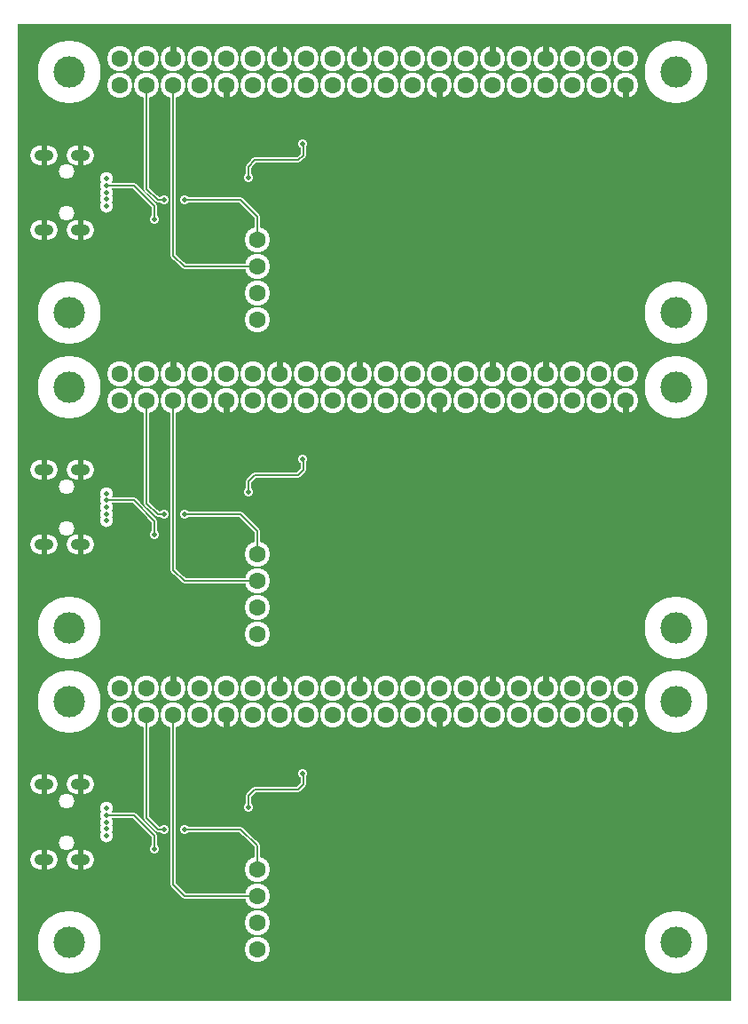
<source format=gbr>
%FSLAX34Y34*%
%MOMM*%
%LNSILK_TOP*%
G71*
G01*
%ADD10C, 0.00*%
%ADD11C, 6.00*%
%ADD12C, 2.40*%
%ADD13C, 1.30*%
%ADD14C, 0.90*%
%ADD15C, 0.55*%
%ADD16C, 1.85*%
%ADD17C, 1.46*%
%ADD18C, 0.50*%
%ADD19C, 0.53*%
%ADD20C, 3.00*%
%ADD21C, 1.60*%
%ADD22C, 0.50*%
%ADD23C, 0.15*%
%ADD24C, 1.05*%
%LPD*%
G54D10*
X0Y1000000D02*
X680000Y1000000D01*
X680000Y70000D01*
X0Y70000D01*
X0Y1000000D01*
G36*
X0Y1000000D02*
X680000Y1000000D01*
X680000Y70000D01*
X0Y70000D01*
X0Y1000000D01*
G37*
%LPC*%
X48816Y954088D02*
G54D11*
D03*
X628253Y724694D02*
G54D11*
D03*
X48816Y724694D02*
G54D11*
D03*
X628253Y954088D02*
G54D11*
D03*
X580231Y966788D02*
G54D12*
D03*
X580230Y941384D02*
G54D12*
D03*
X554831Y966788D02*
G54D12*
D03*
X554831Y941388D02*
G54D12*
D03*
X529431Y966788D02*
G54D12*
D03*
X529431Y941388D02*
G54D12*
D03*
X504030Y966784D02*
G54D12*
D03*
X504031Y941388D02*
G54D12*
D03*
X478631Y966788D02*
G54D12*
D03*
X478631Y941388D02*
G54D12*
D03*
X453230Y966784D02*
G54D12*
D03*
X453231Y941388D02*
G54D12*
D03*
X427831Y966788D02*
G54D12*
D03*
X427831Y941388D02*
G54D12*
D03*
X402431Y966788D02*
G54D12*
D03*
X402430Y941384D02*
G54D12*
D03*
X377031Y966788D02*
G54D12*
D03*
X377031Y941388D02*
G54D12*
D03*
X351631Y966788D02*
G54D12*
D03*
X351631Y941388D02*
G54D12*
D03*
X326230Y966784D02*
G54D12*
D03*
X326231Y941388D02*
G54D12*
D03*
X300831Y966788D02*
G54D12*
D03*
X300831Y941388D02*
G54D12*
D03*
X275431Y966788D02*
G54D12*
D03*
X275431Y941388D02*
G54D12*
D03*
X250030Y966784D02*
G54D12*
D03*
X250031Y941388D02*
G54D12*
D03*
X224631Y966788D02*
G54D12*
D03*
X224631Y941388D02*
G54D12*
D03*
X199231Y966788D02*
G54D12*
D03*
X199230Y941384D02*
G54D12*
D03*
X173831Y966788D02*
G54D12*
D03*
X173831Y941388D02*
G54D12*
D03*
X148430Y966784D02*
G54D12*
D03*
X123031Y966788D02*
G54D12*
D03*
X97631Y966788D02*
G54D12*
D03*
X148431Y941388D02*
G54D12*
D03*
X123031Y941388D02*
G54D12*
D03*
X97631Y941388D02*
G54D12*
D03*
X84733Y845939D02*
G54D13*
D03*
X84733Y839391D02*
G54D13*
D03*
X271859Y885627D02*
G54D14*
D03*
X219869Y853678D02*
G54D14*
D03*
X84733Y852488D02*
G54D13*
D03*
X84733Y833041D02*
G54D13*
D03*
X84733Y826492D02*
G54D13*
D03*
G54D15*
X219869Y853678D02*
X219869Y863997D01*
X226219Y870347D01*
X267494Y870347D01*
X272256Y875109D01*
X272256Y885230D01*
X271859Y885627D01*
X139700Y832644D02*
G54D14*
D03*
X158750Y832644D02*
G54D14*
D03*
G54D15*
X148431Y941388D02*
X148431Y779462D01*
X158750Y769144D01*
X228600Y769144D01*
X228600Y794544D02*
G54D12*
D03*
X228600Y769144D02*
G54D12*
D03*
X228600Y743744D02*
G54D12*
D03*
X228600Y718344D02*
G54D12*
D03*
G54D15*
X123031Y941388D02*
X123031Y842962D01*
X133350Y832644D01*
X139700Y832644D01*
G54D15*
X158750Y832644D02*
X212725Y832644D01*
X228600Y816769D01*
X228600Y794544D01*
X130200Y813569D02*
G54D14*
D03*
G54D15*
X84733Y845939D02*
X110530Y845939D01*
X130175Y826294D01*
X130175Y813594D01*
X130200Y813569D01*
X21034Y875109D02*
G54D16*
D03*
X28972Y875109D02*
G54D16*
D03*
X28972Y803672D02*
G54D16*
D03*
X21034Y803672D02*
G54D16*
D03*
X63500Y875109D02*
G54D16*
D03*
X55562Y875109D02*
G54D16*
D03*
X63500Y803672D02*
G54D16*
D03*
X55562Y803672D02*
G54D16*
D03*
X59531Y875109D02*
G54D16*
D03*
X59531Y803672D02*
G54D16*
D03*
X25003Y803672D02*
G54D16*
D03*
X25003Y875109D02*
G54D16*
D03*
X46236Y859433D02*
G54D17*
D03*
X46236Y819348D02*
G54D17*
D03*
X63302Y875109D02*
G54D16*
D03*
X63103Y875109D02*
G54D16*
D03*
X62905Y875109D02*
G54D16*
D03*
X62706Y875109D02*
G54D16*
D03*
X62508Y875109D02*
G54D16*
D03*
X62309Y875109D02*
G54D16*
D03*
X62111Y875109D02*
G54D16*
D03*
X61912Y875109D02*
G54D16*
D03*
X61714Y875109D02*
G54D16*
D03*
X61516Y875109D02*
G54D16*
D03*
X61317Y875109D02*
G54D16*
D03*
X61119Y875109D02*
G54D16*
D03*
X60920Y875109D02*
G54D16*
D03*
X60722Y875109D02*
G54D16*
D03*
X60523Y875109D02*
G54D16*
D03*
X60325Y875109D02*
G54D16*
D03*
X60127Y875109D02*
G54D16*
D03*
X59928Y875109D02*
G54D16*
D03*
X59730Y875109D02*
G54D16*
D03*
X59333Y875109D02*
G54D16*
D03*
X59134Y875109D02*
G54D16*
D03*
X58936Y875109D02*
G54D16*
D03*
X58738Y875109D02*
G54D16*
D03*
X58539Y875109D02*
G54D16*
D03*
X58341Y875109D02*
G54D16*
D03*
X58142Y875109D02*
G54D16*
D03*
X57944Y875109D02*
G54D16*
D03*
X57745Y875109D02*
G54D16*
D03*
X57547Y875109D02*
G54D16*
D03*
X57348Y875109D02*
G54D16*
D03*
X57150Y875109D02*
G54D16*
D03*
X55761Y875109D02*
G54D16*
D03*
X55959Y875109D02*
G54D16*
D03*
X56158Y875109D02*
G54D16*
D03*
X56356Y875109D02*
G54D16*
D03*
X56555Y875109D02*
G54D16*
D03*
X56753Y875109D02*
G54D16*
D03*
X63302Y803672D02*
G54D16*
D03*
X63103Y803672D02*
G54D16*
D03*
X62905Y803672D02*
G54D16*
D03*
X62706Y803672D02*
G54D16*
D03*
X62508Y803672D02*
G54D16*
D03*
X62309Y803672D02*
G54D16*
D03*
X62111Y803672D02*
G54D16*
D03*
X61912Y803672D02*
G54D16*
D03*
X61714Y803672D02*
G54D16*
D03*
X61516Y803672D02*
G54D16*
D03*
X61317Y803672D02*
G54D16*
D03*
X61119Y803672D02*
G54D16*
D03*
X60920Y803672D02*
G54D16*
D03*
X60722Y803672D02*
G54D16*
D03*
X60523Y803672D02*
G54D16*
D03*
X60325Y803672D02*
G54D16*
D03*
X60127Y803672D02*
G54D16*
D03*
X59928Y803672D02*
G54D16*
D03*
X55761Y803672D02*
G54D16*
D03*
X55959Y803672D02*
G54D16*
D03*
X56158Y803672D02*
G54D16*
D03*
X56356Y803672D02*
G54D16*
D03*
X56555Y803672D02*
G54D16*
D03*
X56753Y803672D02*
G54D16*
D03*
X56952Y803672D02*
G54D16*
D03*
X57150Y803672D02*
G54D16*
D03*
X57348Y803672D02*
G54D16*
D03*
X57547Y803672D02*
G54D16*
D03*
X57745Y803672D02*
G54D16*
D03*
X57944Y803672D02*
G54D16*
D03*
X58142Y803672D02*
G54D16*
D03*
X58341Y803672D02*
G54D16*
D03*
X58539Y803672D02*
G54D16*
D03*
X58539Y803672D02*
G54D16*
D03*
X58738Y803672D02*
G54D16*
D03*
X58936Y803672D02*
G54D16*
D03*
X59134Y803672D02*
G54D16*
D03*
X28972Y875109D02*
G54D16*
D03*
X21034Y875109D02*
G54D16*
D03*
X25003Y875109D02*
G54D16*
D03*
X28773Y875109D02*
G54D16*
D03*
X28575Y875109D02*
G54D16*
D03*
X28377Y875109D02*
G54D16*
D03*
X28178Y875109D02*
G54D16*
D03*
X27980Y875109D02*
G54D16*
D03*
X27781Y875109D02*
G54D16*
D03*
X27583Y875109D02*
G54D16*
D03*
X27384Y875109D02*
G54D16*
D03*
X27186Y875109D02*
G54D16*
D03*
X26988Y875109D02*
G54D16*
D03*
X26789Y875109D02*
G54D16*
D03*
X26591Y875109D02*
G54D16*
D03*
X26392Y875109D02*
G54D16*
D03*
X26194Y875109D02*
G54D16*
D03*
X25995Y875109D02*
G54D16*
D03*
X25797Y875109D02*
G54D16*
D03*
X25598Y875109D02*
G54D16*
D03*
X25400Y875109D02*
G54D16*
D03*
X25202Y875109D02*
G54D16*
D03*
X24805Y875109D02*
G54D16*
D03*
X24606Y875109D02*
G54D16*
D03*
X24408Y875109D02*
G54D16*
D03*
X24209Y875109D02*
G54D16*
D03*
X24011Y875109D02*
G54D16*
D03*
X23812Y875109D02*
G54D16*
D03*
X23614Y875109D02*
G54D16*
D03*
X23416Y875109D02*
G54D16*
D03*
X23217Y875109D02*
G54D16*
D03*
X23019Y875109D02*
G54D16*
D03*
X22820Y875109D02*
G54D16*
D03*
X22622Y875109D02*
G54D16*
D03*
X21233Y875109D02*
G54D16*
D03*
X21431Y875109D02*
G54D16*
D03*
X21630Y875109D02*
G54D16*
D03*
X21828Y875109D02*
G54D16*
D03*
X22027Y875109D02*
G54D16*
D03*
X22225Y875109D02*
G54D16*
D03*
X28972Y803672D02*
G54D16*
D03*
X21034Y803672D02*
G54D16*
D03*
X25003Y803672D02*
G54D16*
D03*
X28773Y803672D02*
G54D16*
D03*
X28575Y803672D02*
G54D16*
D03*
X28377Y803672D02*
G54D16*
D03*
X28178Y803672D02*
G54D16*
D03*
X27980Y803672D02*
G54D16*
D03*
X27781Y803672D02*
G54D16*
D03*
X27583Y803672D02*
G54D16*
D03*
X27384Y803672D02*
G54D16*
D03*
X27186Y803672D02*
G54D16*
D03*
X26988Y803672D02*
G54D16*
D03*
X26789Y803672D02*
G54D16*
D03*
X26591Y803672D02*
G54D16*
D03*
X26392Y803672D02*
G54D16*
D03*
X26194Y803672D02*
G54D16*
D03*
X25995Y803672D02*
G54D16*
D03*
X25797Y803672D02*
G54D16*
D03*
X25598Y803672D02*
G54D16*
D03*
X25400Y803672D02*
G54D16*
D03*
X21233Y803672D02*
G54D16*
D03*
X21431Y803672D02*
G54D16*
D03*
X21630Y803672D02*
G54D16*
D03*
X21828Y803672D02*
G54D16*
D03*
X22027Y803672D02*
G54D16*
D03*
X22225Y803672D02*
G54D16*
D03*
X22423Y803672D02*
G54D16*
D03*
X22622Y803672D02*
G54D16*
D03*
X22820Y803672D02*
G54D16*
D03*
X23019Y803672D02*
G54D16*
D03*
X23217Y803672D02*
G54D16*
D03*
X23416Y803672D02*
G54D16*
D03*
X23614Y803672D02*
G54D16*
D03*
X23812Y803672D02*
G54D16*
D03*
X24011Y803672D02*
G54D16*
D03*
X24011Y803672D02*
G54D16*
D03*
X24209Y803672D02*
G54D16*
D03*
X24408Y803672D02*
G54D16*
D03*
X24606Y803672D02*
G54D16*
D03*
G54D18*
X25400Y885031D02*
X25400Y865981D01*
G54D18*
X60325Y885031D02*
X60325Y864394D01*
G54D18*
X25400Y794544D02*
X25400Y813594D01*
G54D18*
X60325Y794544D02*
X60325Y813594D01*
X21828Y875109D02*
G54D16*
D03*
X22622Y875109D02*
G54D16*
D03*
X23416Y875109D02*
G54D16*
D03*
X24209Y875109D02*
G54D16*
D03*
X25003Y875109D02*
G54D16*
D03*
X25797Y875109D02*
G54D16*
D03*
X26591Y875109D02*
G54D16*
D03*
X27384Y875109D02*
G54D16*
D03*
X28178Y875109D02*
G54D16*
D03*
X56356Y875109D02*
G54D16*
D03*
X57150Y875109D02*
G54D16*
D03*
X57944Y875109D02*
G54D16*
D03*
X58738Y875109D02*
G54D16*
D03*
X59531Y875109D02*
G54D16*
D03*
X60325Y875109D02*
G54D16*
D03*
X61119Y875109D02*
G54D16*
D03*
X61912Y875109D02*
G54D16*
D03*
X62706Y875109D02*
G54D16*
D03*
X63500Y875109D02*
G54D16*
D03*
X28972Y875109D02*
G54D16*
D03*
X21034Y803672D02*
G54D16*
D03*
X21828Y803672D02*
G54D16*
D03*
X22622Y803672D02*
G54D16*
D03*
X23416Y803672D02*
G54D16*
D03*
X24209Y803672D02*
G54D16*
D03*
X25003Y803672D02*
G54D16*
D03*
X25797Y803672D02*
G54D16*
D03*
X26591Y803672D02*
G54D16*
D03*
X27384Y803672D02*
G54D16*
D03*
X28178Y803672D02*
G54D16*
D03*
X28972Y803672D02*
G54D16*
D03*
X55562Y803672D02*
G54D16*
D03*
X56356Y803672D02*
G54D16*
D03*
X57150Y803672D02*
G54D16*
D03*
X57944Y803672D02*
G54D16*
D03*
X58738Y803672D02*
G54D16*
D03*
X59531Y803672D02*
G54D16*
D03*
X60325Y803672D02*
G54D16*
D03*
X61119Y803672D02*
G54D16*
D03*
X61912Y803672D02*
G54D16*
D03*
X62706Y803672D02*
G54D16*
D03*
X63500Y803672D02*
G54D16*
D03*
X21034Y875109D02*
G54D16*
D03*
X28972Y875109D02*
G54D16*
D03*
X55562Y875109D02*
G54D16*
D03*
X48816Y654050D02*
G54D11*
D03*
X628253Y424656D02*
G54D11*
D03*
X48816Y424656D02*
G54D11*
D03*
X628253Y654050D02*
G54D11*
D03*
X580231Y666750D02*
G54D12*
D03*
X580230Y641346D02*
G54D12*
D03*
X554831Y666750D02*
G54D12*
D03*
X554831Y641350D02*
G54D12*
D03*
X529431Y666750D02*
G54D12*
D03*
X529431Y641350D02*
G54D12*
D03*
X504030Y666746D02*
G54D12*
D03*
X504031Y641350D02*
G54D12*
D03*
X478631Y666750D02*
G54D12*
D03*
X478631Y641350D02*
G54D12*
D03*
X453230Y666746D02*
G54D12*
D03*
X453231Y641350D02*
G54D12*
D03*
X427831Y666750D02*
G54D12*
D03*
X427831Y641350D02*
G54D12*
D03*
X402431Y666750D02*
G54D12*
D03*
X402430Y641346D02*
G54D12*
D03*
X377031Y666750D02*
G54D12*
D03*
X377031Y641350D02*
G54D12*
D03*
X351631Y666750D02*
G54D12*
D03*
X351631Y641350D02*
G54D12*
D03*
X326230Y666746D02*
G54D12*
D03*
X326231Y641350D02*
G54D12*
D03*
X300831Y666750D02*
G54D12*
D03*
X300831Y641350D02*
G54D12*
D03*
X275431Y666750D02*
G54D12*
D03*
X275431Y641350D02*
G54D12*
D03*
X250030Y666746D02*
G54D12*
D03*
X250031Y641350D02*
G54D12*
D03*
X224631Y666750D02*
G54D12*
D03*
X224631Y641350D02*
G54D12*
D03*
X199231Y666750D02*
G54D12*
D03*
X199230Y641346D02*
G54D12*
D03*
X173831Y666750D02*
G54D12*
D03*
X173831Y641350D02*
G54D12*
D03*
X148430Y666746D02*
G54D12*
D03*
X123031Y666750D02*
G54D12*
D03*
X97631Y666750D02*
G54D12*
D03*
X148431Y641350D02*
G54D12*
D03*
X123031Y641350D02*
G54D12*
D03*
X97631Y641350D02*
G54D12*
D03*
X84733Y545902D02*
G54D13*
D03*
X84733Y539353D02*
G54D13*
D03*
X271859Y585589D02*
G54D14*
D03*
X219869Y553641D02*
G54D14*
D03*
X84733Y552450D02*
G54D13*
D03*
X84733Y533003D02*
G54D13*
D03*
X84733Y526455D02*
G54D13*
D03*
G54D15*
X219869Y553641D02*
X219869Y563959D01*
X226219Y570309D01*
X267494Y570309D01*
X272256Y575072D01*
X272256Y585192D01*
X271859Y585589D01*
X139700Y532606D02*
G54D14*
D03*
X158750Y532606D02*
G54D14*
D03*
G54D15*
X148431Y641350D02*
X148431Y479425D01*
X158750Y469106D01*
X228600Y469106D01*
X228600Y494506D02*
G54D12*
D03*
X228600Y469106D02*
G54D12*
D03*
X228600Y443706D02*
G54D12*
D03*
X228600Y418306D02*
G54D12*
D03*
G54D15*
X123031Y641350D02*
X123031Y542925D01*
X133350Y532606D01*
X139700Y532606D01*
G54D15*
X158750Y532606D02*
X212725Y532606D01*
X228600Y516731D01*
X228600Y494506D01*
X130200Y513531D02*
G54D14*
D03*
G54D15*
X84733Y545902D02*
X110530Y545902D01*
X130175Y526256D01*
X130175Y513556D01*
X130200Y513531D01*
X21034Y575072D02*
G54D16*
D03*
X28972Y575072D02*
G54D16*
D03*
X28972Y503634D02*
G54D16*
D03*
X21034Y503634D02*
G54D16*
D03*
X63500Y575072D02*
G54D16*
D03*
X55562Y575072D02*
G54D16*
D03*
X63500Y503634D02*
G54D16*
D03*
X55562Y503634D02*
G54D16*
D03*
X59531Y575072D02*
G54D16*
D03*
X59531Y503634D02*
G54D16*
D03*
X25003Y503634D02*
G54D16*
D03*
X25003Y575072D02*
G54D16*
D03*
X46236Y559395D02*
G54D17*
D03*
X46236Y519311D02*
G54D17*
D03*
X63302Y575072D02*
G54D16*
D03*
X63103Y575072D02*
G54D16*
D03*
X62905Y575072D02*
G54D16*
D03*
X62706Y575072D02*
G54D16*
D03*
X62508Y575072D02*
G54D16*
D03*
X62309Y575072D02*
G54D16*
D03*
X62111Y575072D02*
G54D16*
D03*
X61912Y575072D02*
G54D16*
D03*
X61714Y575072D02*
G54D16*
D03*
X61516Y575072D02*
G54D16*
D03*
X61317Y575072D02*
G54D16*
D03*
X61119Y575072D02*
G54D16*
D03*
X60920Y575072D02*
G54D16*
D03*
X60722Y575072D02*
G54D16*
D03*
X60523Y575072D02*
G54D16*
D03*
X60325Y575072D02*
G54D16*
D03*
X60127Y575072D02*
G54D16*
D03*
X59928Y575072D02*
G54D16*
D03*
X59730Y575072D02*
G54D16*
D03*
X59333Y575072D02*
G54D16*
D03*
X59134Y575072D02*
G54D16*
D03*
X58936Y575072D02*
G54D16*
D03*
X58738Y575072D02*
G54D16*
D03*
X58539Y575072D02*
G54D16*
D03*
X58341Y575072D02*
G54D16*
D03*
X58142Y575072D02*
G54D16*
D03*
X57944Y575072D02*
G54D16*
D03*
X57745Y575072D02*
G54D16*
D03*
X57547Y575072D02*
G54D16*
D03*
X57348Y575072D02*
G54D16*
D03*
X57150Y575072D02*
G54D16*
D03*
X55761Y575072D02*
G54D16*
D03*
X55959Y575072D02*
G54D16*
D03*
X56158Y575072D02*
G54D16*
D03*
X56356Y575072D02*
G54D16*
D03*
X56555Y575072D02*
G54D16*
D03*
X56753Y575072D02*
G54D16*
D03*
X63302Y503634D02*
G54D16*
D03*
X63103Y503634D02*
G54D16*
D03*
X62905Y503634D02*
G54D16*
D03*
X62706Y503634D02*
G54D16*
D03*
X62508Y503634D02*
G54D16*
D03*
X62309Y503634D02*
G54D16*
D03*
X62111Y503634D02*
G54D16*
D03*
X61912Y503634D02*
G54D16*
D03*
X61714Y503634D02*
G54D16*
D03*
X61516Y503634D02*
G54D16*
D03*
X61317Y503634D02*
G54D16*
D03*
X61119Y503634D02*
G54D16*
D03*
X60920Y503634D02*
G54D16*
D03*
X60722Y503634D02*
G54D16*
D03*
X60523Y503634D02*
G54D16*
D03*
X60325Y503634D02*
G54D16*
D03*
X60127Y503634D02*
G54D16*
D03*
X59928Y503634D02*
G54D16*
D03*
X55761Y503634D02*
G54D16*
D03*
X55959Y503634D02*
G54D16*
D03*
X56158Y503634D02*
G54D16*
D03*
X56356Y503634D02*
G54D16*
D03*
X56555Y503634D02*
G54D16*
D03*
X56753Y503634D02*
G54D16*
D03*
X56952Y503634D02*
G54D16*
D03*
X57150Y503634D02*
G54D16*
D03*
X57348Y503634D02*
G54D16*
D03*
X57547Y503634D02*
G54D16*
D03*
X57745Y503634D02*
G54D16*
D03*
X57944Y503634D02*
G54D16*
D03*
X58142Y503634D02*
G54D16*
D03*
X58341Y503634D02*
G54D16*
D03*
X58539Y503634D02*
G54D16*
D03*
X58539Y503634D02*
G54D16*
D03*
X58738Y503634D02*
G54D16*
D03*
X58936Y503634D02*
G54D16*
D03*
X59134Y503634D02*
G54D16*
D03*
X28972Y575072D02*
G54D16*
D03*
X21034Y575072D02*
G54D16*
D03*
X25003Y575072D02*
G54D16*
D03*
X28773Y575072D02*
G54D16*
D03*
X28575Y575072D02*
G54D16*
D03*
X28377Y575072D02*
G54D16*
D03*
X28178Y575072D02*
G54D16*
D03*
X27980Y575072D02*
G54D16*
D03*
X27781Y575072D02*
G54D16*
D03*
X27583Y575072D02*
G54D16*
D03*
X27384Y575072D02*
G54D16*
D03*
X27186Y575072D02*
G54D16*
D03*
X26988Y575072D02*
G54D16*
D03*
X26789Y575072D02*
G54D16*
D03*
X26591Y575072D02*
G54D16*
D03*
X26392Y575072D02*
G54D16*
D03*
X26194Y575072D02*
G54D16*
D03*
X25995Y575072D02*
G54D16*
D03*
X25797Y575072D02*
G54D16*
D03*
X25598Y575072D02*
G54D16*
D03*
X25400Y575072D02*
G54D16*
D03*
X25202Y575072D02*
G54D16*
D03*
X24805Y575072D02*
G54D16*
D03*
X24606Y575072D02*
G54D16*
D03*
X24408Y575072D02*
G54D16*
D03*
X24209Y575072D02*
G54D16*
D03*
X24011Y575072D02*
G54D16*
D03*
X23812Y575072D02*
G54D16*
D03*
X23614Y575072D02*
G54D16*
D03*
X23416Y575072D02*
G54D16*
D03*
X23217Y575072D02*
G54D16*
D03*
X23019Y575072D02*
G54D16*
D03*
X22820Y575072D02*
G54D16*
D03*
X22622Y575072D02*
G54D16*
D03*
X21233Y575072D02*
G54D16*
D03*
X21431Y575072D02*
G54D16*
D03*
X21630Y575072D02*
G54D16*
D03*
X21828Y575072D02*
G54D16*
D03*
X22027Y575072D02*
G54D16*
D03*
X22225Y575072D02*
G54D16*
D03*
X28972Y503634D02*
G54D16*
D03*
X21034Y503634D02*
G54D16*
D03*
X25003Y503634D02*
G54D16*
D03*
X28773Y503634D02*
G54D16*
D03*
X28575Y503634D02*
G54D16*
D03*
X28377Y503634D02*
G54D16*
D03*
X28178Y503634D02*
G54D16*
D03*
X27980Y503634D02*
G54D16*
D03*
X27781Y503634D02*
G54D16*
D03*
X27583Y503634D02*
G54D16*
D03*
X27384Y503634D02*
G54D16*
D03*
X27186Y503634D02*
G54D16*
D03*
X26988Y503634D02*
G54D16*
D03*
X26789Y503634D02*
G54D16*
D03*
X26591Y503634D02*
G54D16*
D03*
X26392Y503634D02*
G54D16*
D03*
X26194Y503634D02*
G54D16*
D03*
X25995Y503634D02*
G54D16*
D03*
X25797Y503634D02*
G54D16*
D03*
X25598Y503634D02*
G54D16*
D03*
X25400Y503634D02*
G54D16*
D03*
X21233Y503634D02*
G54D16*
D03*
X21431Y503634D02*
G54D16*
D03*
X21630Y503634D02*
G54D16*
D03*
X21828Y503634D02*
G54D16*
D03*
X22027Y503634D02*
G54D16*
D03*
X22225Y503634D02*
G54D16*
D03*
X22423Y503634D02*
G54D16*
D03*
X22622Y503634D02*
G54D16*
D03*
X22820Y503634D02*
G54D16*
D03*
X23019Y503634D02*
G54D16*
D03*
X23217Y503634D02*
G54D16*
D03*
X23416Y503634D02*
G54D16*
D03*
X23614Y503634D02*
G54D16*
D03*
X23812Y503634D02*
G54D16*
D03*
X24011Y503634D02*
G54D16*
D03*
X24011Y503634D02*
G54D16*
D03*
X24209Y503634D02*
G54D16*
D03*
X24408Y503634D02*
G54D16*
D03*
X24606Y503634D02*
G54D16*
D03*
G54D18*
X25400Y584994D02*
X25400Y565944D01*
G54D18*
X60325Y584994D02*
X60325Y564356D01*
G54D18*
X25400Y494506D02*
X25400Y513556D01*
G54D18*
X60325Y494506D02*
X60325Y513556D01*
X21828Y575072D02*
G54D16*
D03*
X22622Y575072D02*
G54D16*
D03*
X23416Y575072D02*
G54D16*
D03*
X24209Y575072D02*
G54D16*
D03*
X25003Y575072D02*
G54D16*
D03*
X25797Y575072D02*
G54D16*
D03*
X26591Y575072D02*
G54D16*
D03*
X27384Y575072D02*
G54D16*
D03*
X28178Y575072D02*
G54D16*
D03*
X56356Y575072D02*
G54D16*
D03*
X57150Y575072D02*
G54D16*
D03*
X57944Y575072D02*
G54D16*
D03*
X58738Y575072D02*
G54D16*
D03*
X59531Y575072D02*
G54D16*
D03*
X60325Y575072D02*
G54D16*
D03*
X61119Y575072D02*
G54D16*
D03*
X61912Y575072D02*
G54D16*
D03*
X62706Y575072D02*
G54D16*
D03*
X63500Y575072D02*
G54D16*
D03*
X28972Y575072D02*
G54D16*
D03*
X21034Y503634D02*
G54D16*
D03*
X21828Y503634D02*
G54D16*
D03*
X22622Y503634D02*
G54D16*
D03*
X23416Y503634D02*
G54D16*
D03*
X24209Y503634D02*
G54D16*
D03*
X25003Y503634D02*
G54D16*
D03*
X25797Y503634D02*
G54D16*
D03*
X26591Y503634D02*
G54D16*
D03*
X27384Y503634D02*
G54D16*
D03*
X28178Y503634D02*
G54D16*
D03*
X28972Y503634D02*
G54D16*
D03*
X55562Y503634D02*
G54D16*
D03*
X56356Y503634D02*
G54D16*
D03*
X57150Y503634D02*
G54D16*
D03*
X57944Y503634D02*
G54D16*
D03*
X58738Y503634D02*
G54D16*
D03*
X59531Y503634D02*
G54D16*
D03*
X60325Y503634D02*
G54D16*
D03*
X61119Y503634D02*
G54D16*
D03*
X61912Y503634D02*
G54D16*
D03*
X62706Y503634D02*
G54D16*
D03*
X63500Y503634D02*
G54D16*
D03*
X21034Y575072D02*
G54D16*
D03*
X28972Y575072D02*
G54D16*
D03*
X55562Y575072D02*
G54D16*
D03*
X48816Y354012D02*
G54D11*
D03*
X628253Y124619D02*
G54D11*
D03*
X48816Y124619D02*
G54D11*
D03*
X628253Y354012D02*
G54D11*
D03*
X580231Y366712D02*
G54D12*
D03*
X580230Y341309D02*
G54D12*
D03*
X554831Y366712D02*
G54D12*
D03*
X554831Y341312D02*
G54D12*
D03*
X529431Y366712D02*
G54D12*
D03*
X529431Y341312D02*
G54D12*
D03*
X504030Y366709D02*
G54D12*
D03*
X504031Y341312D02*
G54D12*
D03*
X478631Y366712D02*
G54D12*
D03*
X478631Y341312D02*
G54D12*
D03*
X453230Y366709D02*
G54D12*
D03*
X453231Y341312D02*
G54D12*
D03*
X427831Y366712D02*
G54D12*
D03*
X427831Y341312D02*
G54D12*
D03*
X402431Y366712D02*
G54D12*
D03*
X402430Y341309D02*
G54D12*
D03*
X377031Y366712D02*
G54D12*
D03*
X377031Y341312D02*
G54D12*
D03*
X351631Y366712D02*
G54D12*
D03*
X351631Y341312D02*
G54D12*
D03*
X326230Y366709D02*
G54D12*
D03*
X326231Y341312D02*
G54D12*
D03*
X300831Y366712D02*
G54D12*
D03*
X300831Y341312D02*
G54D12*
D03*
X275431Y366712D02*
G54D12*
D03*
X275431Y341312D02*
G54D12*
D03*
X250030Y366709D02*
G54D12*
D03*
X250031Y341312D02*
G54D12*
D03*
X224631Y366712D02*
G54D12*
D03*
X224631Y341312D02*
G54D12*
D03*
X199231Y366712D02*
G54D12*
D03*
X199230Y341309D02*
G54D12*
D03*
X173831Y366712D02*
G54D12*
D03*
X173831Y341312D02*
G54D12*
D03*
X148430Y366709D02*
G54D12*
D03*
X123031Y366712D02*
G54D12*
D03*
X97631Y366712D02*
G54D12*
D03*
X148431Y341312D02*
G54D12*
D03*
X123031Y341312D02*
G54D12*
D03*
X97631Y341312D02*
G54D12*
D03*
X84733Y245864D02*
G54D13*
D03*
X84733Y239316D02*
G54D13*
D03*
X271859Y285552D02*
G54D14*
D03*
X219869Y253603D02*
G54D14*
D03*
X84733Y252412D02*
G54D13*
D03*
X84733Y232966D02*
G54D13*
D03*
X84733Y226417D02*
G54D13*
D03*
G54D15*
X219869Y253603D02*
X219869Y263922D01*
X226219Y270272D01*
X267494Y270272D01*
X272256Y275034D01*
X272256Y285155D01*
X271859Y285552D01*
X139700Y232569D02*
G54D14*
D03*
X158750Y232569D02*
G54D14*
D03*
G54D15*
X148431Y341312D02*
X148431Y179388D01*
X158750Y169069D01*
X228600Y169069D01*
X228600Y194469D02*
G54D12*
D03*
X228600Y169069D02*
G54D12*
D03*
X228600Y143669D02*
G54D12*
D03*
X228600Y118269D02*
G54D12*
D03*
G54D15*
X123031Y341312D02*
X123031Y242888D01*
X133350Y232569D01*
X139700Y232569D01*
G54D15*
X158750Y232569D02*
X212725Y232569D01*
X228600Y216694D01*
X228600Y194469D01*
X130200Y213494D02*
G54D14*
D03*
G54D15*
X84733Y245864D02*
X110530Y245864D01*
X130175Y226219D01*
X130175Y213519D01*
X130200Y213494D01*
X21034Y275034D02*
G54D16*
D03*
X28972Y275034D02*
G54D16*
D03*
X28972Y203597D02*
G54D16*
D03*
X21034Y203597D02*
G54D16*
D03*
X63500Y275034D02*
G54D16*
D03*
X55562Y275034D02*
G54D16*
D03*
X63500Y203597D02*
G54D16*
D03*
X55562Y203597D02*
G54D16*
D03*
X59531Y275034D02*
G54D16*
D03*
X59531Y203597D02*
G54D16*
D03*
X25003Y203597D02*
G54D16*
D03*
X25003Y275034D02*
G54D16*
D03*
X46236Y259358D02*
G54D17*
D03*
X46236Y219273D02*
G54D17*
D03*
X63302Y275034D02*
G54D16*
D03*
X63103Y275034D02*
G54D16*
D03*
X62905Y275034D02*
G54D16*
D03*
X62706Y275034D02*
G54D16*
D03*
X62508Y275034D02*
G54D16*
D03*
X62309Y275034D02*
G54D16*
D03*
X62111Y275034D02*
G54D16*
D03*
X61912Y275034D02*
G54D16*
D03*
X61714Y275034D02*
G54D16*
D03*
X61516Y275034D02*
G54D16*
D03*
X61317Y275034D02*
G54D16*
D03*
X61119Y275034D02*
G54D16*
D03*
X60920Y275034D02*
G54D16*
D03*
X60722Y275034D02*
G54D16*
D03*
X60523Y275034D02*
G54D16*
D03*
X60325Y275034D02*
G54D16*
D03*
X60127Y275034D02*
G54D16*
D03*
X59928Y275034D02*
G54D16*
D03*
X59730Y275034D02*
G54D16*
D03*
X59333Y275034D02*
G54D16*
D03*
X59134Y275034D02*
G54D16*
D03*
X58936Y275034D02*
G54D16*
D03*
X58738Y275034D02*
G54D16*
D03*
X58539Y275034D02*
G54D16*
D03*
X58341Y275034D02*
G54D16*
D03*
X58142Y275034D02*
G54D16*
D03*
X57944Y275034D02*
G54D16*
D03*
X57745Y275034D02*
G54D16*
D03*
X57547Y275034D02*
G54D16*
D03*
X57348Y275034D02*
G54D16*
D03*
X57150Y275034D02*
G54D16*
D03*
X55761Y275034D02*
G54D16*
D03*
X55959Y275034D02*
G54D16*
D03*
X56158Y275034D02*
G54D16*
D03*
X56356Y275034D02*
G54D16*
D03*
X56555Y275034D02*
G54D16*
D03*
X56753Y275034D02*
G54D16*
D03*
X63302Y203597D02*
G54D16*
D03*
X63103Y203597D02*
G54D16*
D03*
X62905Y203597D02*
G54D16*
D03*
X62706Y203597D02*
G54D16*
D03*
X62508Y203597D02*
G54D16*
D03*
X62309Y203597D02*
G54D16*
D03*
X62111Y203597D02*
G54D16*
D03*
X61912Y203597D02*
G54D16*
D03*
X61714Y203597D02*
G54D16*
D03*
X61516Y203597D02*
G54D16*
D03*
X61317Y203597D02*
G54D16*
D03*
X61119Y203597D02*
G54D16*
D03*
X60920Y203597D02*
G54D16*
D03*
X60722Y203597D02*
G54D16*
D03*
X60523Y203597D02*
G54D16*
D03*
X60325Y203597D02*
G54D16*
D03*
X60127Y203597D02*
G54D16*
D03*
X59928Y203597D02*
G54D16*
D03*
X55761Y203597D02*
G54D16*
D03*
X55959Y203597D02*
G54D16*
D03*
X56158Y203597D02*
G54D16*
D03*
X56356Y203597D02*
G54D16*
D03*
X56555Y203597D02*
G54D16*
D03*
X56753Y203597D02*
G54D16*
D03*
X56952Y203597D02*
G54D16*
D03*
X57150Y203597D02*
G54D16*
D03*
X57348Y203597D02*
G54D16*
D03*
X57547Y203597D02*
G54D16*
D03*
X57745Y203597D02*
G54D16*
D03*
X57944Y203597D02*
G54D16*
D03*
X58142Y203597D02*
G54D16*
D03*
X58341Y203597D02*
G54D16*
D03*
X58539Y203597D02*
G54D16*
D03*
X58539Y203597D02*
G54D16*
D03*
X58738Y203597D02*
G54D16*
D03*
X58936Y203597D02*
G54D16*
D03*
X59134Y203597D02*
G54D16*
D03*
X28972Y275034D02*
G54D16*
D03*
X21034Y275034D02*
G54D16*
D03*
X25003Y275034D02*
G54D16*
D03*
X28773Y275034D02*
G54D16*
D03*
X28575Y275034D02*
G54D16*
D03*
X28377Y275034D02*
G54D16*
D03*
X28178Y275034D02*
G54D16*
D03*
X27980Y275034D02*
G54D16*
D03*
X27781Y275034D02*
G54D16*
D03*
X27583Y275034D02*
G54D16*
D03*
X27384Y275034D02*
G54D16*
D03*
X27186Y275034D02*
G54D16*
D03*
X26988Y275034D02*
G54D16*
D03*
X26789Y275034D02*
G54D16*
D03*
X26591Y275034D02*
G54D16*
D03*
X26392Y275034D02*
G54D16*
D03*
X26194Y275034D02*
G54D16*
D03*
X25995Y275034D02*
G54D16*
D03*
X25797Y275034D02*
G54D16*
D03*
X25598Y275034D02*
G54D16*
D03*
X25400Y275034D02*
G54D16*
D03*
X25202Y275034D02*
G54D16*
D03*
X24805Y275034D02*
G54D16*
D03*
X24606Y275034D02*
G54D16*
D03*
X24408Y275034D02*
G54D16*
D03*
X24209Y275034D02*
G54D16*
D03*
X24011Y275034D02*
G54D16*
D03*
X23812Y275034D02*
G54D16*
D03*
X23614Y275034D02*
G54D16*
D03*
X23416Y275034D02*
G54D16*
D03*
X23217Y275034D02*
G54D16*
D03*
X23019Y275034D02*
G54D16*
D03*
X22820Y275034D02*
G54D16*
D03*
X22622Y275034D02*
G54D16*
D03*
X21233Y275034D02*
G54D16*
D03*
X21431Y275034D02*
G54D16*
D03*
X21630Y275034D02*
G54D16*
D03*
X21828Y275034D02*
G54D16*
D03*
X22027Y275034D02*
G54D16*
D03*
X22225Y275034D02*
G54D16*
D03*
X28972Y203597D02*
G54D16*
D03*
X21034Y203597D02*
G54D16*
D03*
X25003Y203597D02*
G54D16*
D03*
X28773Y203597D02*
G54D16*
D03*
X28575Y203597D02*
G54D16*
D03*
X28377Y203597D02*
G54D16*
D03*
X28178Y203597D02*
G54D16*
D03*
X27980Y203597D02*
G54D16*
D03*
X27781Y203597D02*
G54D16*
D03*
X27583Y203597D02*
G54D16*
D03*
X27384Y203597D02*
G54D16*
D03*
X27186Y203597D02*
G54D16*
D03*
X26988Y203597D02*
G54D16*
D03*
X26789Y203597D02*
G54D16*
D03*
X26591Y203597D02*
G54D16*
D03*
X26392Y203597D02*
G54D16*
D03*
X26194Y203597D02*
G54D16*
D03*
X25995Y203597D02*
G54D16*
D03*
X25797Y203597D02*
G54D16*
D03*
X25598Y203597D02*
G54D16*
D03*
X25400Y203597D02*
G54D16*
D03*
X21233Y203597D02*
G54D16*
D03*
X21431Y203597D02*
G54D16*
D03*
X21630Y203597D02*
G54D16*
D03*
X21828Y203597D02*
G54D16*
D03*
X22027Y203597D02*
G54D16*
D03*
X22225Y203597D02*
G54D16*
D03*
X22423Y203597D02*
G54D16*
D03*
X22622Y203597D02*
G54D16*
D03*
X22820Y203597D02*
G54D16*
D03*
X23019Y203597D02*
G54D16*
D03*
X23217Y203597D02*
G54D16*
D03*
X23416Y203597D02*
G54D16*
D03*
X23614Y203597D02*
G54D16*
D03*
X23812Y203597D02*
G54D16*
D03*
X24011Y203597D02*
G54D16*
D03*
X24011Y203597D02*
G54D16*
D03*
X24209Y203597D02*
G54D16*
D03*
X24408Y203597D02*
G54D16*
D03*
X24606Y203597D02*
G54D16*
D03*
G54D18*
X25400Y284956D02*
X25400Y265906D01*
G54D18*
X60325Y284956D02*
X60325Y264319D01*
G54D18*
X25400Y194469D02*
X25400Y213519D01*
G54D18*
X60325Y194469D02*
X60325Y213519D01*
X21828Y275034D02*
G54D16*
D03*
X22622Y275034D02*
G54D16*
D03*
X23416Y275034D02*
G54D16*
D03*
X24209Y275034D02*
G54D16*
D03*
X25003Y275034D02*
G54D16*
D03*
X25797Y275034D02*
G54D16*
D03*
X26591Y275034D02*
G54D16*
D03*
X27384Y275034D02*
G54D16*
D03*
X28178Y275034D02*
G54D16*
D03*
X56356Y275034D02*
G54D16*
D03*
X57150Y275034D02*
G54D16*
D03*
X57944Y275034D02*
G54D16*
D03*
X58738Y275034D02*
G54D16*
D03*
X59531Y275034D02*
G54D16*
D03*
X60325Y275034D02*
G54D16*
D03*
X61119Y275034D02*
G54D16*
D03*
X61912Y275034D02*
G54D16*
D03*
X62706Y275034D02*
G54D16*
D03*
X63500Y275034D02*
G54D16*
D03*
X28972Y275034D02*
G54D16*
D03*
X21034Y203597D02*
G54D16*
D03*
X21828Y203597D02*
G54D16*
D03*
X22622Y203597D02*
G54D16*
D03*
X23416Y203597D02*
G54D16*
D03*
X24209Y203597D02*
G54D16*
D03*
X25003Y203597D02*
G54D16*
D03*
X25797Y203597D02*
G54D16*
D03*
X26591Y203597D02*
G54D16*
D03*
X27384Y203597D02*
G54D16*
D03*
X28178Y203597D02*
G54D16*
D03*
X28972Y203597D02*
G54D16*
D03*
X55562Y203597D02*
G54D16*
D03*
X56356Y203597D02*
G54D16*
D03*
X57150Y203597D02*
G54D16*
D03*
X57944Y203597D02*
G54D16*
D03*
X58738Y203597D02*
G54D16*
D03*
X59531Y203597D02*
G54D16*
D03*
X60325Y203597D02*
G54D16*
D03*
X61119Y203597D02*
G54D16*
D03*
X61912Y203597D02*
G54D16*
D03*
X62706Y203597D02*
G54D16*
D03*
X63500Y203597D02*
G54D16*
D03*
X21034Y275034D02*
G54D16*
D03*
X28972Y275034D02*
G54D16*
D03*
X55562Y275034D02*
G54D16*
D03*
%LPD*%
G54D19*
G36*
X582897Y941384D02*
X582897Y928884D01*
X577563Y928884D01*
X577563Y941384D01*
X582897Y941384D01*
G37*
G54D19*
G36*
X501363Y966784D02*
X501363Y979284D01*
X506697Y979284D01*
X506697Y966784D01*
X501363Y966784D01*
G37*
G54D19*
G36*
X450563Y966784D02*
X450563Y979284D01*
X455897Y979284D01*
X455897Y966784D01*
X450563Y966784D01*
G37*
G54D19*
G36*
X405097Y941384D02*
X405097Y928884D01*
X399763Y928884D01*
X399763Y941384D01*
X405097Y941384D01*
G37*
G54D19*
G36*
X323563Y966784D02*
X323563Y979284D01*
X328897Y979284D01*
X328897Y966784D01*
X323563Y966784D01*
G37*
G54D19*
G36*
X247363Y966784D02*
X247363Y979284D01*
X252697Y979284D01*
X252697Y966784D01*
X247363Y966784D01*
G37*
G54D19*
G36*
X201897Y941384D02*
X201897Y928884D01*
X196563Y928884D01*
X196563Y941384D01*
X201897Y941384D01*
G37*
G54D19*
G36*
X145763Y966784D02*
X145763Y979284D01*
X151097Y979284D01*
X151097Y966784D01*
X145763Y966784D01*
G37*
G54D19*
G36*
X582897Y641346D02*
X582897Y628846D01*
X577563Y628846D01*
X577563Y641346D01*
X582897Y641346D01*
G37*
G54D19*
G36*
X501363Y666746D02*
X501363Y679246D01*
X506697Y679246D01*
X506697Y666746D01*
X501363Y666746D01*
G37*
G54D19*
G36*
X450563Y666746D02*
X450563Y679246D01*
X455897Y679246D01*
X455897Y666746D01*
X450563Y666746D01*
G37*
G54D19*
G36*
X405097Y641346D02*
X405097Y628846D01*
X399763Y628846D01*
X399763Y641346D01*
X405097Y641346D01*
G37*
G54D19*
G36*
X323563Y666746D02*
X323563Y679246D01*
X328897Y679246D01*
X328897Y666746D01*
X323563Y666746D01*
G37*
G54D19*
G36*
X247363Y666746D02*
X247363Y679246D01*
X252697Y679246D01*
X252697Y666746D01*
X247363Y666746D01*
G37*
G54D19*
G36*
X201897Y641346D02*
X201897Y628846D01*
X196563Y628846D01*
X196563Y641346D01*
X201897Y641346D01*
G37*
G54D19*
G36*
X145763Y666746D02*
X145763Y679246D01*
X151097Y679246D01*
X151097Y666746D01*
X145763Y666746D01*
G37*
G54D19*
G36*
X582897Y341309D02*
X582897Y328809D01*
X577563Y328809D01*
X577563Y341309D01*
X582897Y341309D01*
G37*
G54D19*
G36*
X501363Y366709D02*
X501363Y379209D01*
X506697Y379209D01*
X506697Y366709D01*
X501363Y366709D01*
G37*
G54D19*
G36*
X450563Y366709D02*
X450563Y379209D01*
X455897Y379209D01*
X455897Y366709D01*
X450563Y366709D01*
G37*
G54D19*
G36*
X405097Y341309D02*
X405097Y328809D01*
X399763Y328809D01*
X399763Y341309D01*
X405097Y341309D01*
G37*
G54D19*
G36*
X323563Y366709D02*
X323563Y379209D01*
X328897Y379209D01*
X328897Y366709D01*
X323563Y366709D01*
G37*
G54D19*
G36*
X247363Y366709D02*
X247363Y379209D01*
X252697Y379209D01*
X252697Y366709D01*
X247363Y366709D01*
G37*
G54D19*
G36*
X201897Y341309D02*
X201897Y328809D01*
X196563Y328809D01*
X196563Y341309D01*
X201897Y341309D01*
G37*
G54D19*
G36*
X145763Y366709D02*
X145763Y379209D01*
X151097Y379209D01*
X151097Y366709D01*
X145763Y366709D01*
G37*
X48816Y954088D02*
G54D20*
D03*
X628253Y724694D02*
G54D20*
D03*
X48816Y724694D02*
G54D20*
D03*
X628253Y954088D02*
G54D20*
D03*
X580231Y966788D02*
G54D21*
D03*
X580230Y941384D02*
G54D21*
D03*
X554831Y966788D02*
G54D21*
D03*
X554831Y941388D02*
G54D21*
D03*
X529431Y966788D02*
G54D21*
D03*
X529431Y941388D02*
G54D21*
D03*
X504030Y966784D02*
G54D21*
D03*
X504031Y941388D02*
G54D21*
D03*
X478631Y966788D02*
G54D21*
D03*
X478631Y941388D02*
G54D21*
D03*
X453230Y966784D02*
G54D21*
D03*
X453231Y941388D02*
G54D21*
D03*
X427831Y966788D02*
G54D21*
D03*
X427831Y941388D02*
G54D21*
D03*
X402431Y966788D02*
G54D21*
D03*
X402430Y941384D02*
G54D21*
D03*
X377031Y966788D02*
G54D21*
D03*
X377031Y941388D02*
G54D21*
D03*
X351631Y966788D02*
G54D21*
D03*
X351631Y941388D02*
G54D21*
D03*
X326230Y966784D02*
G54D21*
D03*
X326231Y941388D02*
G54D21*
D03*
X300831Y966788D02*
G54D21*
D03*
X300831Y941388D02*
G54D21*
D03*
X275431Y966788D02*
G54D21*
D03*
X275431Y941388D02*
G54D21*
D03*
X250030Y966784D02*
G54D21*
D03*
X250031Y941388D02*
G54D21*
D03*
X224631Y966788D02*
G54D21*
D03*
X224631Y941388D02*
G54D21*
D03*
X199231Y966788D02*
G54D21*
D03*
X199230Y941384D02*
G54D21*
D03*
X173831Y966788D02*
G54D21*
D03*
X173831Y941388D02*
G54D21*
D03*
X148430Y966784D02*
G54D21*
D03*
X123031Y966788D02*
G54D21*
D03*
X97631Y966788D02*
G54D21*
D03*
X148431Y941388D02*
G54D21*
D03*
X123031Y941388D02*
G54D21*
D03*
X97631Y941388D02*
G54D21*
D03*
X84733Y845939D02*
G54D22*
D03*
X84733Y839391D02*
G54D22*
D03*
X271859Y885627D02*
G54D22*
D03*
X219869Y853678D02*
G54D22*
D03*
X84733Y852488D02*
G54D22*
D03*
X84733Y833041D02*
G54D22*
D03*
X84733Y826492D02*
G54D22*
D03*
G54D23*
X219869Y853678D02*
X219869Y863997D01*
X226219Y870347D01*
X267494Y870347D01*
X272256Y875109D01*
X272256Y885230D01*
X271859Y885627D01*
X139700Y832644D02*
G54D22*
D03*
X158750Y832644D02*
G54D22*
D03*
G54D23*
X148431Y941388D02*
X148431Y779462D01*
X158750Y769144D01*
X228600Y769144D01*
X228600Y794544D02*
G54D21*
D03*
X228600Y769144D02*
G54D21*
D03*
X228600Y743744D02*
G54D21*
D03*
X228600Y718344D02*
G54D21*
D03*
G54D23*
X123031Y941388D02*
X123031Y842962D01*
X133350Y832644D01*
X139700Y832644D01*
G54D23*
X158750Y832644D02*
X212725Y832644D01*
X228600Y816769D01*
X228600Y794544D01*
X130200Y813569D02*
G54D22*
D03*
G54D23*
X84733Y845939D02*
X110530Y845939D01*
X130175Y826294D01*
X130175Y813594D01*
X130200Y813569D01*
X21034Y875109D02*
G54D24*
D03*
X28972Y875109D02*
G54D24*
D03*
X28972Y803672D02*
G54D24*
D03*
X21034Y803672D02*
G54D24*
D03*
X63500Y875109D02*
G54D24*
D03*
X55562Y875109D02*
G54D24*
D03*
X63500Y803672D02*
G54D24*
D03*
X55562Y803672D02*
G54D24*
D03*
X59531Y875109D02*
G54D24*
D03*
X59531Y803672D02*
G54D24*
D03*
X25003Y803672D02*
G54D24*
D03*
X25003Y875109D02*
G54D24*
D03*
X63302Y875109D02*
G54D24*
D03*
X63103Y875109D02*
G54D24*
D03*
X62905Y875109D02*
G54D24*
D03*
X62706Y875109D02*
G54D24*
D03*
X62508Y875109D02*
G54D24*
D03*
X62309Y875109D02*
G54D24*
D03*
X62111Y875109D02*
G54D24*
D03*
X61912Y875109D02*
G54D24*
D03*
X61714Y875109D02*
G54D24*
D03*
X61516Y875109D02*
G54D24*
D03*
X61317Y875109D02*
G54D24*
D03*
X61119Y875109D02*
G54D24*
D03*
X60920Y875109D02*
G54D24*
D03*
X60722Y875109D02*
G54D24*
D03*
X60523Y875109D02*
G54D24*
D03*
X60325Y875109D02*
G54D24*
D03*
X60127Y875109D02*
G54D24*
D03*
X59928Y875109D02*
G54D24*
D03*
X59730Y875109D02*
G54D24*
D03*
X59333Y875109D02*
G54D24*
D03*
X59134Y875109D02*
G54D24*
D03*
X58936Y875109D02*
G54D24*
D03*
X58738Y875109D02*
G54D24*
D03*
X58539Y875109D02*
G54D24*
D03*
X58341Y875109D02*
G54D24*
D03*
X58142Y875109D02*
G54D24*
D03*
X57944Y875109D02*
G54D24*
D03*
X57745Y875109D02*
G54D24*
D03*
X57547Y875109D02*
G54D24*
D03*
X57348Y875109D02*
G54D24*
D03*
X57150Y875109D02*
G54D24*
D03*
X55761Y875109D02*
G54D24*
D03*
X55959Y875109D02*
G54D24*
D03*
X56158Y875109D02*
G54D24*
D03*
X56356Y875109D02*
G54D24*
D03*
X56555Y875109D02*
G54D24*
D03*
X56753Y875109D02*
G54D24*
D03*
X63302Y803672D02*
G54D24*
D03*
X63103Y803672D02*
G54D24*
D03*
X62905Y803672D02*
G54D24*
D03*
X62706Y803672D02*
G54D24*
D03*
X62508Y803672D02*
G54D24*
D03*
X62309Y803672D02*
G54D24*
D03*
X62111Y803672D02*
G54D24*
D03*
X61912Y803672D02*
G54D24*
D03*
X61714Y803672D02*
G54D24*
D03*
X61516Y803672D02*
G54D24*
D03*
X61317Y803672D02*
G54D24*
D03*
X61119Y803672D02*
G54D24*
D03*
X60920Y803672D02*
G54D24*
D03*
X60722Y803672D02*
G54D24*
D03*
X60523Y803672D02*
G54D24*
D03*
X60325Y803672D02*
G54D24*
D03*
X60127Y803672D02*
G54D24*
D03*
X59928Y803672D02*
G54D24*
D03*
X55761Y803672D02*
G54D24*
D03*
X55959Y803672D02*
G54D24*
D03*
X56158Y803672D02*
G54D24*
D03*
X56356Y803672D02*
G54D24*
D03*
X56555Y803672D02*
G54D24*
D03*
X56753Y803672D02*
G54D24*
D03*
X56952Y803672D02*
G54D24*
D03*
X57150Y803672D02*
G54D24*
D03*
X57348Y803672D02*
G54D24*
D03*
X57547Y803672D02*
G54D24*
D03*
X57745Y803672D02*
G54D24*
D03*
X57944Y803672D02*
G54D24*
D03*
X58142Y803672D02*
G54D24*
D03*
X58341Y803672D02*
G54D24*
D03*
X58539Y803672D02*
G54D24*
D03*
X58539Y803672D02*
G54D24*
D03*
X58738Y803672D02*
G54D24*
D03*
X58936Y803672D02*
G54D24*
D03*
X59134Y803672D02*
G54D24*
D03*
X28972Y875109D02*
G54D24*
D03*
X21034Y875109D02*
G54D24*
D03*
X25003Y875109D02*
G54D24*
D03*
X28773Y875109D02*
G54D24*
D03*
X28575Y875109D02*
G54D24*
D03*
X28377Y875109D02*
G54D24*
D03*
X28178Y875109D02*
G54D24*
D03*
X27980Y875109D02*
G54D24*
D03*
X27781Y875109D02*
G54D24*
D03*
X27583Y875109D02*
G54D24*
D03*
X27384Y875109D02*
G54D24*
D03*
X27186Y875109D02*
G54D24*
D03*
X26988Y875109D02*
G54D24*
D03*
X26789Y875109D02*
G54D24*
D03*
X26591Y875109D02*
G54D24*
D03*
X26392Y875109D02*
G54D24*
D03*
X26194Y875109D02*
G54D24*
D03*
X25995Y875109D02*
G54D24*
D03*
X25797Y875109D02*
G54D24*
D03*
X25598Y875109D02*
G54D24*
D03*
X25400Y875109D02*
G54D24*
D03*
X25202Y875109D02*
G54D24*
D03*
X24805Y875109D02*
G54D24*
D03*
X24606Y875109D02*
G54D24*
D03*
X24408Y875109D02*
G54D24*
D03*
X24209Y875109D02*
G54D24*
D03*
X24011Y875109D02*
G54D24*
D03*
X23812Y875109D02*
G54D24*
D03*
X23614Y875109D02*
G54D24*
D03*
X23416Y875109D02*
G54D24*
D03*
X23217Y875109D02*
G54D24*
D03*
X23019Y875109D02*
G54D24*
D03*
X22820Y875109D02*
G54D24*
D03*
X22622Y875109D02*
G54D24*
D03*
X21233Y875109D02*
G54D24*
D03*
X21431Y875109D02*
G54D24*
D03*
X21630Y875109D02*
G54D24*
D03*
X21828Y875109D02*
G54D24*
D03*
X22027Y875109D02*
G54D24*
D03*
X22225Y875109D02*
G54D24*
D03*
X28972Y803672D02*
G54D24*
D03*
X21034Y803672D02*
G54D24*
D03*
X25003Y803672D02*
G54D24*
D03*
X28773Y803672D02*
G54D24*
D03*
X28575Y803672D02*
G54D24*
D03*
X28377Y803672D02*
G54D24*
D03*
X28178Y803672D02*
G54D24*
D03*
X27980Y803672D02*
G54D24*
D03*
X27781Y803672D02*
G54D24*
D03*
X27583Y803672D02*
G54D24*
D03*
X27384Y803672D02*
G54D24*
D03*
X27186Y803672D02*
G54D24*
D03*
X26988Y803672D02*
G54D24*
D03*
X26789Y803672D02*
G54D24*
D03*
X26591Y803672D02*
G54D24*
D03*
X26392Y803672D02*
G54D24*
D03*
X26194Y803672D02*
G54D24*
D03*
X25995Y803672D02*
G54D24*
D03*
X25797Y803672D02*
G54D24*
D03*
X25598Y803672D02*
G54D24*
D03*
X25400Y803672D02*
G54D24*
D03*
X21233Y803672D02*
G54D24*
D03*
X21431Y803672D02*
G54D24*
D03*
X21630Y803672D02*
G54D24*
D03*
X21828Y803672D02*
G54D24*
D03*
X22027Y803672D02*
G54D24*
D03*
X22225Y803672D02*
G54D24*
D03*
X22423Y803672D02*
G54D24*
D03*
X22622Y803672D02*
G54D24*
D03*
X22820Y803672D02*
G54D24*
D03*
X23019Y803672D02*
G54D24*
D03*
X23217Y803672D02*
G54D24*
D03*
X23416Y803672D02*
G54D24*
D03*
X23614Y803672D02*
G54D24*
D03*
X23812Y803672D02*
G54D24*
D03*
X24011Y803672D02*
G54D24*
D03*
X24011Y803672D02*
G54D24*
D03*
X24209Y803672D02*
G54D24*
D03*
X24408Y803672D02*
G54D24*
D03*
X24606Y803672D02*
G54D24*
D03*
G54D18*
X25400Y885031D02*
X25400Y865981D01*
G54D18*
X60325Y885031D02*
X60325Y864394D01*
G54D18*
X25400Y794544D02*
X25400Y813594D01*
G54D18*
X60325Y794544D02*
X60325Y813594D01*
X21828Y875109D02*
G54D24*
D03*
X22622Y875109D02*
G54D24*
D03*
X23416Y875109D02*
G54D24*
D03*
X24209Y875109D02*
G54D24*
D03*
X25003Y875109D02*
G54D24*
D03*
X25797Y875109D02*
G54D24*
D03*
X26591Y875109D02*
G54D24*
D03*
X27384Y875109D02*
G54D24*
D03*
X28178Y875109D02*
G54D24*
D03*
X56356Y875109D02*
G54D24*
D03*
X57150Y875109D02*
G54D24*
D03*
X57944Y875109D02*
G54D24*
D03*
X58738Y875109D02*
G54D24*
D03*
X59531Y875109D02*
G54D24*
D03*
X60325Y875109D02*
G54D24*
D03*
X61119Y875109D02*
G54D24*
D03*
X61912Y875109D02*
G54D24*
D03*
X62706Y875109D02*
G54D24*
D03*
X63500Y875109D02*
G54D24*
D03*
X28972Y875109D02*
G54D24*
D03*
X21034Y803672D02*
G54D24*
D03*
X21828Y803672D02*
G54D24*
D03*
X22622Y803672D02*
G54D24*
D03*
X23416Y803672D02*
G54D24*
D03*
X24209Y803672D02*
G54D24*
D03*
X25003Y803672D02*
G54D24*
D03*
X25797Y803672D02*
G54D24*
D03*
X26591Y803672D02*
G54D24*
D03*
X27384Y803672D02*
G54D24*
D03*
X28178Y803672D02*
G54D24*
D03*
X28972Y803672D02*
G54D24*
D03*
X55562Y803672D02*
G54D24*
D03*
X56356Y803672D02*
G54D24*
D03*
X57150Y803672D02*
G54D24*
D03*
X57944Y803672D02*
G54D24*
D03*
X58738Y803672D02*
G54D24*
D03*
X59531Y803672D02*
G54D24*
D03*
X60325Y803672D02*
G54D24*
D03*
X61119Y803672D02*
G54D24*
D03*
X61912Y803672D02*
G54D24*
D03*
X62706Y803672D02*
G54D24*
D03*
X63500Y803672D02*
G54D24*
D03*
X21034Y875109D02*
G54D24*
D03*
X28972Y875109D02*
G54D24*
D03*
X55562Y875109D02*
G54D24*
D03*
X48816Y654050D02*
G54D20*
D03*
X628253Y424656D02*
G54D20*
D03*
X48816Y424656D02*
G54D20*
D03*
X628253Y654050D02*
G54D20*
D03*
X580231Y666750D02*
G54D21*
D03*
X580230Y641346D02*
G54D21*
D03*
X554831Y666750D02*
G54D21*
D03*
X554831Y641350D02*
G54D21*
D03*
X529431Y666750D02*
G54D21*
D03*
X529431Y641350D02*
G54D21*
D03*
X504030Y666746D02*
G54D21*
D03*
X504031Y641350D02*
G54D21*
D03*
X478631Y666750D02*
G54D21*
D03*
X478631Y641350D02*
G54D21*
D03*
X453230Y666746D02*
G54D21*
D03*
X453231Y641350D02*
G54D21*
D03*
X427831Y666750D02*
G54D21*
D03*
X427831Y641350D02*
G54D21*
D03*
X402431Y666750D02*
G54D21*
D03*
X402430Y641346D02*
G54D21*
D03*
X377031Y666750D02*
G54D21*
D03*
X377031Y641350D02*
G54D21*
D03*
X351631Y666750D02*
G54D21*
D03*
X351631Y641350D02*
G54D21*
D03*
X326230Y666746D02*
G54D21*
D03*
X326231Y641350D02*
G54D21*
D03*
X300831Y666750D02*
G54D21*
D03*
X300831Y641350D02*
G54D21*
D03*
X275431Y666750D02*
G54D21*
D03*
X275431Y641350D02*
G54D21*
D03*
X250030Y666746D02*
G54D21*
D03*
X250031Y641350D02*
G54D21*
D03*
X224631Y666750D02*
G54D21*
D03*
X224631Y641350D02*
G54D21*
D03*
X199231Y666750D02*
G54D21*
D03*
X199230Y641346D02*
G54D21*
D03*
X173831Y666750D02*
G54D21*
D03*
X173831Y641350D02*
G54D21*
D03*
X148430Y666746D02*
G54D21*
D03*
X123031Y666750D02*
G54D21*
D03*
X97631Y666750D02*
G54D21*
D03*
X148431Y641350D02*
G54D21*
D03*
X123031Y641350D02*
G54D21*
D03*
X97631Y641350D02*
G54D21*
D03*
X84733Y545902D02*
G54D22*
D03*
X84733Y539353D02*
G54D22*
D03*
X271859Y585589D02*
G54D22*
D03*
X219869Y553641D02*
G54D22*
D03*
X84733Y552450D02*
G54D22*
D03*
X84733Y533003D02*
G54D22*
D03*
X84733Y526455D02*
G54D22*
D03*
G54D23*
X219869Y553641D02*
X219869Y563959D01*
X226219Y570309D01*
X267494Y570309D01*
X272256Y575072D01*
X272256Y585192D01*
X271859Y585589D01*
X139700Y532606D02*
G54D22*
D03*
X158750Y532606D02*
G54D22*
D03*
G54D23*
X148431Y641350D02*
X148431Y479425D01*
X158750Y469106D01*
X228600Y469106D01*
X228600Y494506D02*
G54D21*
D03*
X228600Y469106D02*
G54D21*
D03*
X228600Y443706D02*
G54D21*
D03*
X228600Y418306D02*
G54D21*
D03*
G54D23*
X123031Y641350D02*
X123031Y542925D01*
X133350Y532606D01*
X139700Y532606D01*
G54D23*
X158750Y532606D02*
X212725Y532606D01*
X228600Y516731D01*
X228600Y494506D01*
X130200Y513531D02*
G54D22*
D03*
G54D23*
X84733Y545902D02*
X110530Y545902D01*
X130175Y526256D01*
X130175Y513556D01*
X130200Y513531D01*
X21034Y575072D02*
G54D24*
D03*
X28972Y575072D02*
G54D24*
D03*
X28972Y503634D02*
G54D24*
D03*
X21034Y503634D02*
G54D24*
D03*
X63500Y575072D02*
G54D24*
D03*
X55562Y575072D02*
G54D24*
D03*
X63500Y503634D02*
G54D24*
D03*
X55562Y503634D02*
G54D24*
D03*
X59531Y575072D02*
G54D24*
D03*
X59531Y503634D02*
G54D24*
D03*
X25003Y503634D02*
G54D24*
D03*
X25003Y575072D02*
G54D24*
D03*
X63302Y575072D02*
G54D24*
D03*
X63103Y575072D02*
G54D24*
D03*
X62905Y575072D02*
G54D24*
D03*
X62706Y575072D02*
G54D24*
D03*
X62508Y575072D02*
G54D24*
D03*
X62309Y575072D02*
G54D24*
D03*
X62111Y575072D02*
G54D24*
D03*
X61912Y575072D02*
G54D24*
D03*
X61714Y575072D02*
G54D24*
D03*
X61516Y575072D02*
G54D24*
D03*
X61317Y575072D02*
G54D24*
D03*
X61119Y575072D02*
G54D24*
D03*
X60920Y575072D02*
G54D24*
D03*
X60722Y575072D02*
G54D24*
D03*
X60523Y575072D02*
G54D24*
D03*
X60325Y575072D02*
G54D24*
D03*
X60127Y575072D02*
G54D24*
D03*
X59928Y575072D02*
G54D24*
D03*
X59730Y575072D02*
G54D24*
D03*
X59333Y575072D02*
G54D24*
D03*
X59134Y575072D02*
G54D24*
D03*
X58936Y575072D02*
G54D24*
D03*
X58738Y575072D02*
G54D24*
D03*
X58539Y575072D02*
G54D24*
D03*
X58341Y575072D02*
G54D24*
D03*
X58142Y575072D02*
G54D24*
D03*
X57944Y575072D02*
G54D24*
D03*
X57745Y575072D02*
G54D24*
D03*
X57547Y575072D02*
G54D24*
D03*
X57348Y575072D02*
G54D24*
D03*
X57150Y575072D02*
G54D24*
D03*
X55761Y575072D02*
G54D24*
D03*
X55959Y575072D02*
G54D24*
D03*
X56158Y575072D02*
G54D24*
D03*
X56356Y575072D02*
G54D24*
D03*
X56555Y575072D02*
G54D24*
D03*
X56753Y575072D02*
G54D24*
D03*
X63302Y503634D02*
G54D24*
D03*
X63103Y503634D02*
G54D24*
D03*
X62905Y503634D02*
G54D24*
D03*
X62706Y503634D02*
G54D24*
D03*
X62508Y503634D02*
G54D24*
D03*
X62309Y503634D02*
G54D24*
D03*
X62111Y503634D02*
G54D24*
D03*
X61912Y503634D02*
G54D24*
D03*
X61714Y503634D02*
G54D24*
D03*
X61516Y503634D02*
G54D24*
D03*
X61317Y503634D02*
G54D24*
D03*
X61119Y503634D02*
G54D24*
D03*
X60920Y503634D02*
G54D24*
D03*
X60722Y503634D02*
G54D24*
D03*
X60523Y503634D02*
G54D24*
D03*
X60325Y503634D02*
G54D24*
D03*
X60127Y503634D02*
G54D24*
D03*
X59928Y503634D02*
G54D24*
D03*
X55761Y503634D02*
G54D24*
D03*
X55959Y503634D02*
G54D24*
D03*
X56158Y503634D02*
G54D24*
D03*
X56356Y503634D02*
G54D24*
D03*
X56555Y503634D02*
G54D24*
D03*
X56753Y503634D02*
G54D24*
D03*
X56952Y503634D02*
G54D24*
D03*
X57150Y503634D02*
G54D24*
D03*
X57348Y503634D02*
G54D24*
D03*
X57547Y503634D02*
G54D24*
D03*
X57745Y503634D02*
G54D24*
D03*
X57944Y503634D02*
G54D24*
D03*
X58142Y503634D02*
G54D24*
D03*
X58341Y503634D02*
G54D24*
D03*
X58539Y503634D02*
G54D24*
D03*
X58539Y503634D02*
G54D24*
D03*
X58738Y503634D02*
G54D24*
D03*
X58936Y503634D02*
G54D24*
D03*
X59134Y503634D02*
G54D24*
D03*
X28972Y575072D02*
G54D24*
D03*
X21034Y575072D02*
G54D24*
D03*
X25003Y575072D02*
G54D24*
D03*
X28773Y575072D02*
G54D24*
D03*
X28575Y575072D02*
G54D24*
D03*
X28377Y575072D02*
G54D24*
D03*
X28178Y575072D02*
G54D24*
D03*
X27980Y575072D02*
G54D24*
D03*
X27781Y575072D02*
G54D24*
D03*
X27583Y575072D02*
G54D24*
D03*
X27384Y575072D02*
G54D24*
D03*
X27186Y575072D02*
G54D24*
D03*
X26988Y575072D02*
G54D24*
D03*
X26789Y575072D02*
G54D24*
D03*
X26591Y575072D02*
G54D24*
D03*
X26392Y575072D02*
G54D24*
D03*
X26194Y575072D02*
G54D24*
D03*
X25995Y575072D02*
G54D24*
D03*
X25797Y575072D02*
G54D24*
D03*
X25598Y575072D02*
G54D24*
D03*
X25400Y575072D02*
G54D24*
D03*
X25202Y575072D02*
G54D24*
D03*
X24805Y575072D02*
G54D24*
D03*
X24606Y575072D02*
G54D24*
D03*
X24408Y575072D02*
G54D24*
D03*
X24209Y575072D02*
G54D24*
D03*
X24011Y575072D02*
G54D24*
D03*
X23812Y575072D02*
G54D24*
D03*
X23614Y575072D02*
G54D24*
D03*
X23416Y575072D02*
G54D24*
D03*
X23217Y575072D02*
G54D24*
D03*
X23019Y575072D02*
G54D24*
D03*
X22820Y575072D02*
G54D24*
D03*
X22622Y575072D02*
G54D24*
D03*
X21233Y575072D02*
G54D24*
D03*
X21431Y575072D02*
G54D24*
D03*
X21630Y575072D02*
G54D24*
D03*
X21828Y575072D02*
G54D24*
D03*
X22027Y575072D02*
G54D24*
D03*
X22225Y575072D02*
G54D24*
D03*
X28972Y503634D02*
G54D24*
D03*
X21034Y503634D02*
G54D24*
D03*
X25003Y503634D02*
G54D24*
D03*
X28773Y503634D02*
G54D24*
D03*
X28575Y503634D02*
G54D24*
D03*
X28377Y503634D02*
G54D24*
D03*
X28178Y503634D02*
G54D24*
D03*
X27980Y503634D02*
G54D24*
D03*
X27781Y503634D02*
G54D24*
D03*
X27583Y503634D02*
G54D24*
D03*
X27384Y503634D02*
G54D24*
D03*
X27186Y503634D02*
G54D24*
D03*
X26988Y503634D02*
G54D24*
D03*
X26789Y503634D02*
G54D24*
D03*
X26591Y503634D02*
G54D24*
D03*
X26392Y503634D02*
G54D24*
D03*
X26194Y503634D02*
G54D24*
D03*
X25995Y503634D02*
G54D24*
D03*
X25797Y503634D02*
G54D24*
D03*
X25598Y503634D02*
G54D24*
D03*
X25400Y503634D02*
G54D24*
D03*
X21233Y503634D02*
G54D24*
D03*
X21431Y503634D02*
G54D24*
D03*
X21630Y503634D02*
G54D24*
D03*
X21828Y503634D02*
G54D24*
D03*
X22027Y503634D02*
G54D24*
D03*
X22225Y503634D02*
G54D24*
D03*
X22423Y503634D02*
G54D24*
D03*
X22622Y503634D02*
G54D24*
D03*
X22820Y503634D02*
G54D24*
D03*
X23019Y503634D02*
G54D24*
D03*
X23217Y503634D02*
G54D24*
D03*
X23416Y503634D02*
G54D24*
D03*
X23614Y503634D02*
G54D24*
D03*
X23812Y503634D02*
G54D24*
D03*
X24011Y503634D02*
G54D24*
D03*
X24011Y503634D02*
G54D24*
D03*
X24209Y503634D02*
G54D24*
D03*
X24408Y503634D02*
G54D24*
D03*
X24606Y503634D02*
G54D24*
D03*
G54D18*
X25400Y584994D02*
X25400Y565944D01*
G54D18*
X60325Y584994D02*
X60325Y564356D01*
G54D18*
X25400Y494506D02*
X25400Y513556D01*
G54D18*
X60325Y494506D02*
X60325Y513556D01*
X21828Y575072D02*
G54D24*
D03*
X22622Y575072D02*
G54D24*
D03*
X23416Y575072D02*
G54D24*
D03*
X24209Y575072D02*
G54D24*
D03*
X25003Y575072D02*
G54D24*
D03*
X25797Y575072D02*
G54D24*
D03*
X26591Y575072D02*
G54D24*
D03*
X27384Y575072D02*
G54D24*
D03*
X28178Y575072D02*
G54D24*
D03*
X56356Y575072D02*
G54D24*
D03*
X57150Y575072D02*
G54D24*
D03*
X57944Y575072D02*
G54D24*
D03*
X58738Y575072D02*
G54D24*
D03*
X59531Y575072D02*
G54D24*
D03*
X60325Y575072D02*
G54D24*
D03*
X61119Y575072D02*
G54D24*
D03*
X61912Y575072D02*
G54D24*
D03*
X62706Y575072D02*
G54D24*
D03*
X63500Y575072D02*
G54D24*
D03*
X28972Y575072D02*
G54D24*
D03*
X21034Y503634D02*
G54D24*
D03*
X21828Y503634D02*
G54D24*
D03*
X22622Y503634D02*
G54D24*
D03*
X23416Y503634D02*
G54D24*
D03*
X24209Y503634D02*
G54D24*
D03*
X25003Y503634D02*
G54D24*
D03*
X25797Y503634D02*
G54D24*
D03*
X26591Y503634D02*
G54D24*
D03*
X27384Y503634D02*
G54D24*
D03*
X28178Y503634D02*
G54D24*
D03*
X28972Y503634D02*
G54D24*
D03*
X55562Y503634D02*
G54D24*
D03*
X56356Y503634D02*
G54D24*
D03*
X57150Y503634D02*
G54D24*
D03*
X57944Y503634D02*
G54D24*
D03*
X58738Y503634D02*
G54D24*
D03*
X59531Y503634D02*
G54D24*
D03*
X60325Y503634D02*
G54D24*
D03*
X61119Y503634D02*
G54D24*
D03*
X61912Y503634D02*
G54D24*
D03*
X62706Y503634D02*
G54D24*
D03*
X63500Y503634D02*
G54D24*
D03*
X21034Y575072D02*
G54D24*
D03*
X28972Y575072D02*
G54D24*
D03*
X55562Y575072D02*
G54D24*
D03*
X48816Y354012D02*
G54D20*
D03*
X628253Y124619D02*
G54D20*
D03*
X48816Y124619D02*
G54D20*
D03*
X628253Y354012D02*
G54D20*
D03*
X580231Y366712D02*
G54D21*
D03*
X580230Y341309D02*
G54D21*
D03*
X554831Y366712D02*
G54D21*
D03*
X554831Y341312D02*
G54D21*
D03*
X529431Y366712D02*
G54D21*
D03*
X529431Y341312D02*
G54D21*
D03*
X504030Y366709D02*
G54D21*
D03*
X504031Y341312D02*
G54D21*
D03*
X478631Y366712D02*
G54D21*
D03*
X478631Y341312D02*
G54D21*
D03*
X453230Y366709D02*
G54D21*
D03*
X453231Y341312D02*
G54D21*
D03*
X427831Y366712D02*
G54D21*
D03*
X427831Y341312D02*
G54D21*
D03*
X402431Y366712D02*
G54D21*
D03*
X402430Y341309D02*
G54D21*
D03*
X377031Y366712D02*
G54D21*
D03*
X377031Y341312D02*
G54D21*
D03*
X351631Y366712D02*
G54D21*
D03*
X351631Y341312D02*
G54D21*
D03*
X326230Y366709D02*
G54D21*
D03*
X326231Y341312D02*
G54D21*
D03*
X300831Y366712D02*
G54D21*
D03*
X300831Y341312D02*
G54D21*
D03*
X275431Y366712D02*
G54D21*
D03*
X275431Y341312D02*
G54D21*
D03*
X250030Y366709D02*
G54D21*
D03*
X250031Y341312D02*
G54D21*
D03*
X224631Y366712D02*
G54D21*
D03*
X224631Y341312D02*
G54D21*
D03*
X199231Y366712D02*
G54D21*
D03*
X199230Y341309D02*
G54D21*
D03*
X173831Y366712D02*
G54D21*
D03*
X173831Y341312D02*
G54D21*
D03*
X148430Y366709D02*
G54D21*
D03*
X123031Y366712D02*
G54D21*
D03*
X97631Y366712D02*
G54D21*
D03*
X148431Y341312D02*
G54D21*
D03*
X123031Y341312D02*
G54D21*
D03*
X97631Y341312D02*
G54D21*
D03*
X84733Y245864D02*
G54D22*
D03*
X84733Y239316D02*
G54D22*
D03*
X271859Y285552D02*
G54D22*
D03*
X219869Y253603D02*
G54D22*
D03*
X84733Y252412D02*
G54D22*
D03*
X84733Y232966D02*
G54D22*
D03*
X84733Y226417D02*
G54D22*
D03*
G54D23*
X219869Y253603D02*
X219869Y263922D01*
X226219Y270272D01*
X267494Y270272D01*
X272256Y275034D01*
X272256Y285155D01*
X271859Y285552D01*
X139700Y232569D02*
G54D22*
D03*
X158750Y232569D02*
G54D22*
D03*
G54D23*
X148431Y341312D02*
X148431Y179388D01*
X158750Y169069D01*
X228600Y169069D01*
X228600Y194469D02*
G54D21*
D03*
X228600Y169069D02*
G54D21*
D03*
X228600Y143669D02*
G54D21*
D03*
X228600Y118269D02*
G54D21*
D03*
G54D23*
X123031Y341312D02*
X123031Y242888D01*
X133350Y232569D01*
X139700Y232569D01*
G54D23*
X158750Y232569D02*
X212725Y232569D01*
X228600Y216694D01*
X228600Y194469D01*
X130200Y213494D02*
G54D22*
D03*
G54D23*
X84733Y245864D02*
X110530Y245864D01*
X130175Y226219D01*
X130175Y213519D01*
X130200Y213494D01*
X21034Y275034D02*
G54D24*
D03*
X28972Y275034D02*
G54D24*
D03*
X28972Y203597D02*
G54D24*
D03*
X21034Y203597D02*
G54D24*
D03*
X63500Y275034D02*
G54D24*
D03*
X55562Y275034D02*
G54D24*
D03*
X63500Y203597D02*
G54D24*
D03*
X55562Y203597D02*
G54D24*
D03*
X59531Y275034D02*
G54D24*
D03*
X59531Y203597D02*
G54D24*
D03*
X25003Y203597D02*
G54D24*
D03*
X25003Y275034D02*
G54D24*
D03*
X63302Y275034D02*
G54D24*
D03*
X63103Y275034D02*
G54D24*
D03*
X62905Y275034D02*
G54D24*
D03*
X62706Y275034D02*
G54D24*
D03*
X62508Y275034D02*
G54D24*
D03*
X62309Y275034D02*
G54D24*
D03*
X62111Y275034D02*
G54D24*
D03*
X61912Y275034D02*
G54D24*
D03*
X61714Y275034D02*
G54D24*
D03*
X61516Y275034D02*
G54D24*
D03*
X61317Y275034D02*
G54D24*
D03*
X61119Y275034D02*
G54D24*
D03*
X60920Y275034D02*
G54D24*
D03*
X60722Y275034D02*
G54D24*
D03*
X60523Y275034D02*
G54D24*
D03*
X60325Y275034D02*
G54D24*
D03*
X60127Y275034D02*
G54D24*
D03*
X59928Y275034D02*
G54D24*
D03*
X59730Y275034D02*
G54D24*
D03*
X59333Y275034D02*
G54D24*
D03*
X59134Y275034D02*
G54D24*
D03*
X58936Y275034D02*
G54D24*
D03*
X58738Y275034D02*
G54D24*
D03*
X58539Y275034D02*
G54D24*
D03*
X58341Y275034D02*
G54D24*
D03*
X58142Y275034D02*
G54D24*
D03*
X57944Y275034D02*
G54D24*
D03*
X57745Y275034D02*
G54D24*
D03*
X57547Y275034D02*
G54D24*
D03*
X57348Y275034D02*
G54D24*
D03*
X57150Y275034D02*
G54D24*
D03*
X55761Y275034D02*
G54D24*
D03*
X55959Y275034D02*
G54D24*
D03*
X56158Y275034D02*
G54D24*
D03*
X56356Y275034D02*
G54D24*
D03*
X56555Y275034D02*
G54D24*
D03*
X56753Y275034D02*
G54D24*
D03*
X63302Y203597D02*
G54D24*
D03*
X63103Y203597D02*
G54D24*
D03*
X62905Y203597D02*
G54D24*
D03*
X62706Y203597D02*
G54D24*
D03*
X62508Y203597D02*
G54D24*
D03*
X62309Y203597D02*
G54D24*
D03*
X62111Y203597D02*
G54D24*
D03*
X61912Y203597D02*
G54D24*
D03*
X61714Y203597D02*
G54D24*
D03*
X61516Y203597D02*
G54D24*
D03*
X61317Y203597D02*
G54D24*
D03*
X61119Y203597D02*
G54D24*
D03*
X60920Y203597D02*
G54D24*
D03*
X60722Y203597D02*
G54D24*
D03*
X60523Y203597D02*
G54D24*
D03*
X60325Y203597D02*
G54D24*
D03*
X60127Y203597D02*
G54D24*
D03*
X59928Y203597D02*
G54D24*
D03*
X55761Y203597D02*
G54D24*
D03*
X55959Y203597D02*
G54D24*
D03*
X56158Y203597D02*
G54D24*
D03*
X56356Y203597D02*
G54D24*
D03*
X56555Y203597D02*
G54D24*
D03*
X56753Y203597D02*
G54D24*
D03*
X56952Y203597D02*
G54D24*
D03*
X57150Y203597D02*
G54D24*
D03*
X57348Y203597D02*
G54D24*
D03*
X57547Y203597D02*
G54D24*
D03*
X57745Y203597D02*
G54D24*
D03*
X57944Y203597D02*
G54D24*
D03*
X58142Y203597D02*
G54D24*
D03*
X58341Y203597D02*
G54D24*
D03*
X58539Y203597D02*
G54D24*
D03*
X58539Y203597D02*
G54D24*
D03*
X58738Y203597D02*
G54D24*
D03*
X58936Y203597D02*
G54D24*
D03*
X59134Y203597D02*
G54D24*
D03*
X28972Y275034D02*
G54D24*
D03*
X21034Y275034D02*
G54D24*
D03*
X25003Y275034D02*
G54D24*
D03*
X28773Y275034D02*
G54D24*
D03*
X28575Y275034D02*
G54D24*
D03*
X28377Y275034D02*
G54D24*
D03*
X28178Y275034D02*
G54D24*
D03*
X27980Y275034D02*
G54D24*
D03*
X27781Y275034D02*
G54D24*
D03*
X27583Y275034D02*
G54D24*
D03*
X27384Y275034D02*
G54D24*
D03*
X27186Y275034D02*
G54D24*
D03*
X26988Y275034D02*
G54D24*
D03*
X26789Y275034D02*
G54D24*
D03*
X26591Y275034D02*
G54D24*
D03*
X26392Y275034D02*
G54D24*
D03*
X26194Y275034D02*
G54D24*
D03*
X25995Y275034D02*
G54D24*
D03*
X25797Y275034D02*
G54D24*
D03*
X25598Y275034D02*
G54D24*
D03*
X25400Y275034D02*
G54D24*
D03*
X25202Y275034D02*
G54D24*
D03*
X24805Y275034D02*
G54D24*
D03*
X24606Y275034D02*
G54D24*
D03*
X24408Y275034D02*
G54D24*
D03*
X24209Y275034D02*
G54D24*
D03*
X24011Y275034D02*
G54D24*
D03*
X23812Y275034D02*
G54D24*
D03*
X23614Y275034D02*
G54D24*
D03*
X23416Y275034D02*
G54D24*
D03*
X23217Y275034D02*
G54D24*
D03*
X23019Y275034D02*
G54D24*
D03*
X22820Y275034D02*
G54D24*
D03*
X22622Y275034D02*
G54D24*
D03*
X21233Y275034D02*
G54D24*
D03*
X21431Y275034D02*
G54D24*
D03*
X21630Y275034D02*
G54D24*
D03*
X21828Y275034D02*
G54D24*
D03*
X22027Y275034D02*
G54D24*
D03*
X22225Y275034D02*
G54D24*
D03*
X28972Y203597D02*
G54D24*
D03*
X21034Y203597D02*
G54D24*
D03*
X25003Y203597D02*
G54D24*
D03*
X28773Y203597D02*
G54D24*
D03*
X28575Y203597D02*
G54D24*
D03*
X28377Y203597D02*
G54D24*
D03*
X28178Y203597D02*
G54D24*
D03*
X27980Y203597D02*
G54D24*
D03*
X27781Y203597D02*
G54D24*
D03*
X27583Y203597D02*
G54D24*
D03*
X27384Y203597D02*
G54D24*
D03*
X27186Y203597D02*
G54D24*
D03*
X26988Y203597D02*
G54D24*
D03*
X26789Y203597D02*
G54D24*
D03*
X26591Y203597D02*
G54D24*
D03*
X26392Y203597D02*
G54D24*
D03*
X26194Y203597D02*
G54D24*
D03*
X25995Y203597D02*
G54D24*
D03*
X25797Y203597D02*
G54D24*
D03*
X25598Y203597D02*
G54D24*
D03*
X25400Y203597D02*
G54D24*
D03*
X21233Y203597D02*
G54D24*
D03*
X21431Y203597D02*
G54D24*
D03*
X21630Y203597D02*
G54D24*
D03*
X21828Y203597D02*
G54D24*
D03*
X22027Y203597D02*
G54D24*
D03*
X22225Y203597D02*
G54D24*
D03*
X22423Y203597D02*
G54D24*
D03*
X22622Y203597D02*
G54D24*
D03*
X22820Y203597D02*
G54D24*
D03*
X23019Y203597D02*
G54D24*
D03*
X23217Y203597D02*
G54D24*
D03*
X23416Y203597D02*
G54D24*
D03*
X23614Y203597D02*
G54D24*
D03*
X23812Y203597D02*
G54D24*
D03*
X24011Y203597D02*
G54D24*
D03*
X24011Y203597D02*
G54D24*
D03*
X24209Y203597D02*
G54D24*
D03*
X24408Y203597D02*
G54D24*
D03*
X24606Y203597D02*
G54D24*
D03*
G54D18*
X25400Y284956D02*
X25400Y265906D01*
G54D18*
X60325Y284956D02*
X60325Y264319D01*
G54D18*
X25400Y194469D02*
X25400Y213519D01*
G54D18*
X60325Y194469D02*
X60325Y213519D01*
X21828Y275034D02*
G54D24*
D03*
X22622Y275034D02*
G54D24*
D03*
X23416Y275034D02*
G54D24*
D03*
X24209Y275034D02*
G54D24*
D03*
X25003Y275034D02*
G54D24*
D03*
X25797Y275034D02*
G54D24*
D03*
X26591Y275034D02*
G54D24*
D03*
X27384Y275034D02*
G54D24*
D03*
X28178Y275034D02*
G54D24*
D03*
X56356Y275034D02*
G54D24*
D03*
X57150Y275034D02*
G54D24*
D03*
X57944Y275034D02*
G54D24*
D03*
X58738Y275034D02*
G54D24*
D03*
X59531Y275034D02*
G54D24*
D03*
X60325Y275034D02*
G54D24*
D03*
X61119Y275034D02*
G54D24*
D03*
X61912Y275034D02*
G54D24*
D03*
X62706Y275034D02*
G54D24*
D03*
X63500Y275034D02*
G54D24*
D03*
X28972Y275034D02*
G54D24*
D03*
X21034Y203597D02*
G54D24*
D03*
X21828Y203597D02*
G54D24*
D03*
X22622Y203597D02*
G54D24*
D03*
X23416Y203597D02*
G54D24*
D03*
X24209Y203597D02*
G54D24*
D03*
X25003Y203597D02*
G54D24*
D03*
X25797Y203597D02*
G54D24*
D03*
X26591Y203597D02*
G54D24*
D03*
X27384Y203597D02*
G54D24*
D03*
X28178Y203597D02*
G54D24*
D03*
X28972Y203597D02*
G54D24*
D03*
X55562Y203597D02*
G54D24*
D03*
X56356Y203597D02*
G54D24*
D03*
X57150Y203597D02*
G54D24*
D03*
X57944Y203597D02*
G54D24*
D03*
X58738Y203597D02*
G54D24*
D03*
X59531Y203597D02*
G54D24*
D03*
X60325Y203597D02*
G54D24*
D03*
X61119Y203597D02*
G54D24*
D03*
X61912Y203597D02*
G54D24*
D03*
X62706Y203597D02*
G54D24*
D03*
X63500Y203597D02*
G54D24*
D03*
X21034Y275034D02*
G54D24*
D03*
X28972Y275034D02*
G54D24*
D03*
X55562Y275034D02*
G54D24*
D03*
M02*

</source>
